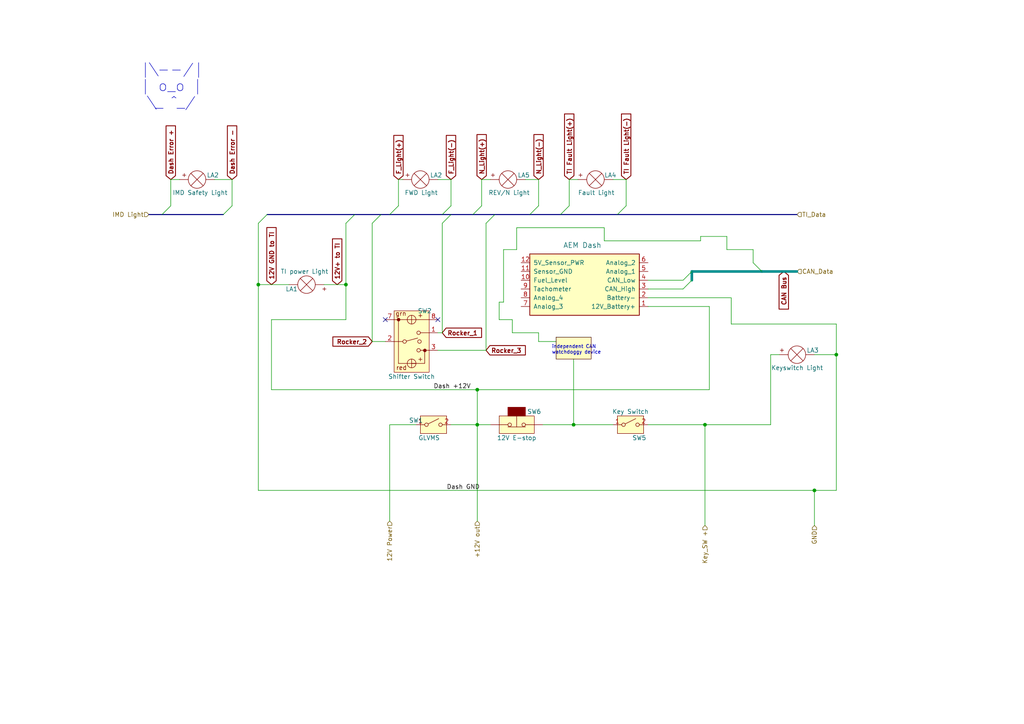
<source format=kicad_sch>
(kicad_sch (version 20230121) (generator eeschema)
  (paper "A4")
  (lib_symbols
    (symbol "CamachosSymbols:SW_SPDT_MSM" (pin_names (offset 0) hide)
      (property "Reference" "SW?" (at 1.27 12.7 0))
      (property "Value" "SW_SPDT_MSM" (at 6.35 10.16 0))
      (symbol "SW_SPDT_MSM_0_0"
        (rectangle (start -5.08 8.89) (end 5.08 -8.89) (fill (type background)))
        (circle (center -3.7802 6.3545) (radius 0.4246) (fill (type outline)))
        (circle (center -2.032 0) (radius 0.508))
        (polyline (pts (xy -3.81 6.35) (xy -3.81 -6.35)))
        (polyline (pts (xy -2.54 0) (xy -5.08 0)))
        (polyline (pts (xy -1.524 0.127) (xy 1.778 1.016)))
        (polyline (pts (xy -1.27 -6.35) (xy -3.81 -6.35)))
        (polyline (pts (xy -1.27 6.35) (xy -5.08 6.35)))
        (polyline (pts (xy 1.27 6.35) (xy 5.08 6.35)))
        (polyline (pts (xy 2.54 -2.54) (xy 5.08 -2.54)))
        (polyline (pts (xy 2.54 2.54) (xy 5.08 2.54)))
        (polyline (pts (xy 3.81 -2.54) (xy 3.81 -6.35) (xy 0 -6.35)))
        (circle (center 2.032 -2.54) (radius 0.508))
        (circle (center 3.8412 -2.5778) (radius 0.4246) (fill (type outline)))
        (text "+" (at 2.54 -5.08 0) (effects (font (size 1.27 1.27))))
        (text "+" (at 2.54 7.62 0) (effects (font (size 1.27 1.27))))
        (text "grn" (at -3.1095 8.1227 0) (effects (font (size 1.27 1.27))))
        (text "red" (at -2.9266 -7.5775 0) (effects (font (size 1.27 1.27))))
      )
      (symbol "SW_SPDT_MSM_0_1"
        (circle (center 0 -6.35) (radius 1.27))
        (polyline (pts (xy -1.27 -6.35) (xy 1.27 -6.35)))
        (polyline (pts (xy -1.27 6.35) (xy 1.27 6.35)))
        (polyline (pts (xy 0 -5.08) (xy 0 -7.62)))
        (polyline (pts (xy 0 7.62) (xy 0 5.08)))
        (circle (center 0 6.35) (radius 1.27))
        (circle (center 2.032 2.54) (radius 0.508))
        (circle (center 2.286 0) (radius 0.508))
      )
      (symbol "SW_SPDT_MSM_1_1"
        (pin passive line (at 7.62 2.54 180) (length 2.54) (name "1") (number "1"))
        (pin passive line (at -7.62 0 0) (length 2.54) (name "2") (number "2"))
        (pin passive line (at 7.62 -2.54 180) (length 2.54) (name "") (number "3"))
        (pin input line (at -7.62 6.35 0) (length 2.54) (name "ledGnd") (number "7"))
        (pin input line (at 7.62 6.35 180) (length 2.54) (name "") (number "8"))
      )
    )
    (symbol "CamachosSymbols:SW_SPST" (pin_names (offset 0) hide)
      (property "Reference" "SW" (at 0 3.175 0))
      (property "Value" "SW_SPST" (at 0 -2.54 0))
      (symbol "SW_SPST_0_0"
        (circle (center -2.032 0) (radius 0.508))
        (polyline (pts (xy -1.524 0.254) (xy 1.524 1.778)))
        (circle (center 2.032 0) (radius 0.508))
      )
      (symbol "SW_SPST_0_1"
        (rectangle (start -3.81 2.54) (end 3.81 -2.54) (fill (type background)))
      )
      (symbol "SW_SPST_1_1"
        (pin passive line (at -5.08 0 0) (length 2.54) (name "A") (number "1"))
        (pin passive line (at 5.08 0 180) (length 2.54) (name "B") (number "2"))
      )
    )
    (symbol "Device:Lamp" (pin_numbers hide) (pin_names (offset 0.0254) hide)
      (property "Reference" "LA?" (at 3.81 1.2701 0))
      (property "Value" "12V Keyswitch Light (Dash)" (at 3.81 -1.2699 0))
      (symbol "Lamp_0_0"
        (text "+" (at 1.27 5.08 0) (effects (font (size 1.27 1.27))))
      )
      (symbol "Lamp_0_1"
        (polyline (pts (xy -1.778 1.778) (xy 1.778 -1.778)))
        (polyline (pts (xy 1.778 1.778) (xy -1.778 -1.778)))
        (circle (center 0 0) (radius 2.54))
      )
      (symbol "Lamp_1_1"
        (pin passive line (at 0 -5.08 90) (length 2.54) (name "-") (number "1"))
        (pin passive line (at 0 5.08 270) (length 2.54) (name "+") (number "2"))
      )
    )
    (symbol "Lamp_1" (pin_numbers hide) (pin_names (offset 0.0254) hide)
      (property "Reference" "LA3" (at 6.35 1.27 0))
      (property "Value" "REV/N Light" (at 6.35 -3.81 0))
      (symbol "Lamp_1_0_0"
        (text "+" (at -4.445 1.27 900) (effects (font (size 1.27 1.27))))
      )
      (symbol "Lamp_1_0_1"
        (polyline (pts (xy 1.778 -1.778) (xy -1.778 1.778)))
        (polyline (pts (xy 1.778 1.778) (xy -1.778 -1.778)))
        (circle (center 0 0) (radius 2.54))
      )
      (symbol "Lamp_1_1_1"
        (pin passive line (at -5.08 0 0) (length 2.54) (name "-") (number "1"))
        (pin passive line (at 5.08 0 180) (length 2.54) (name "+") (number "2"))
      )
    )
    (symbol "Lamp_2" (pin_numbers hide) (pin_names (offset 0.0254) hide)
      (property "Reference" "LA2" (at -3.81 2.54 0))
      (property "Value" "FWD Light" (at -5.08 -2.54 0))
      (symbol "Lamp_2_0_0"
        (text "+" (at -13.97 2.54 900) (effects (font (size 1.27 1.27))))
      )
      (symbol "Lamp_2_0_1"
        (circle (center -10.16 1.27) (radius 2.54))
        (polyline (pts (xy -11.938 -0.508) (xy -8.382 3.048)))
        (polyline (pts (xy -11.938 3.048) (xy -8.382 -0.508)))
      )
      (symbol "Lamp_2_1_1"
        (pin passive line (at -5.08 1.27 180) (length 2.54) (name "-") (number "1"))
        (pin passive line (at -15.24 1.27 0) (length 2.54) (name "+") (number "2"))
      )
    )
    (symbol "Lamp_3" (pin_numbers hide) (pin_names (offset 0.0254) hide)
      (property "Reference" "LA5" (at 1.27 -2.54 90))
      (property "Value" "Fault Light" (at -3.81 5.08 90))
      (symbol "Lamp_3_0_0"
        (text "+" (at 1.27 4.445 0) (effects (font (size 1.27 1.27))))
      )
      (symbol "Lamp_3_0_1"
        (polyline (pts (xy -1.778 1.778) (xy 1.778 -1.778)))
        (polyline (pts (xy 1.778 1.778) (xy -1.778 -1.778)))
        (circle (center 0 0) (radius 2.54))
      )
      (symbol "Lamp_3_1_1"
        (pin passive line (at 0 -5.08 90) (length 2.54) (name "-") (number "1"))
        (pin passive line (at 0 5.08 270) (length 2.54) (name "+") (number "2"))
      )
    )
    (symbol "Lamp_4" (pin_numbers hide) (pin_names (offset 0.0254) hide)
      (property "Reference" "LA4" (at 6.35 1.27 0))
      (property "Value" "Keyswitch Light" (at 7.62 -3.81 0))
      (symbol "Lamp_4_0_0"
        (text "+" (at -4.445 1.27 900) (effects (font (size 1.27 1.27))))
      )
      (symbol "Lamp_4_0_1"
        (polyline (pts (xy -1.778 -1.778) (xy 1.778 1.778)))
        (polyline (pts (xy -1.778 1.778) (xy 1.778 -1.778)))
        (circle (center 0 0) (radius 2.54))
      )
      (symbol "Lamp_4_1_1"
        (pin passive line (at 5.08 0 180) (length 2.54) (name "-") (number "1"))
        (pin passive line (at -5.08 0 0) (length 2.54) (name "+") (number "2"))
      )
    )
    (symbol "NR24_Car:AVR-TPI-6" (pin_names (offset 1.016))
      (property "Value" "AEM Dash" (at 0.635 11.43 0))
      (symbol "AVR-TPI-6_0_1"
        (rectangle (start -15.24 8.89) (end 16.51 -8.89) (stroke (width 0.254)) (fill (type background)))
      )
      (symbol "AVR-TPI-6_1_1"
        (pin input line (at 19.05 6.35 180) (length 2.54) (name "12V_Battery+") (number "1"))
        (pin input line (at -17.78 -1.27 0) (length 2.54) (name "Fuel_Level") (number "10"))
        (pin input line (at -17.78 -3.81 0) (length 2.54) (name "Sensor_GND") (number "11"))
        (pin input line (at -17.78 -6.35 0) (length 2.54) (name "5V_Sensor_PWR") (number "12"))
        (pin input line (at 19.05 3.81 180) (length 2.54) (name "Battery-") (number "2"))
        (pin input line (at 19.05 1.27 180) (length 2.54) (name "CAN_High") (number "3"))
        (pin input line (at 19.05 -1.27 180) (length 2.54) (name "CAN_Low") (number "4"))
        (pin input line (at 19.05 -3.81 180) (length 2.54) (name "Analog_1") (number "5"))
        (pin input line (at 19.05 -6.35 180) (length 2.54) (name "Analog_2") (number "6"))
        (pin input line (at -17.78 6.35 0) (length 2.54) (name "Analog_3") (number "7"))
        (pin input line (at -17.78 3.81 0) (length 2.54) (name "Analog_4") (number "8"))
        (pin input line (at -17.78 1.27 0) (length 2.54) (name "Tachometer") (number "9"))
      )
    )
    (symbol "Switch:SW_Push_Open" (pin_numbers hide) (pin_names (offset 1.016) hide)
      (property "Reference" "SW?" (at 0 7.62 0))
      (property "Value" "12V E-stop (dash)" (at 0 6.35 0))
      (symbol "SW_Push_Open_0_1"
        (rectangle (start -5.08 2.54) (end 5.08 -2.54) (fill (type background)))
        (circle (center -2.032 0) (radius 0.508))
        (polyline (pts (xy -5.08 0) (xy -2.54 0)))
        (polyline (pts (xy -2.54 -0.635) (xy 2.54 -0.635)))
        (polyline (pts (xy 0 -0.635) (xy 0 1.27)))
        (polyline (pts (xy 0 1.27) (xy 0 2.54)))
        (polyline (pts (xy 2.54 0) (xy 5.08 0)))
        (polyline (pts (xy -2.54 2.54) (xy -2.54 5.08) (xy 2.54 5.08) (xy 2.54 2.54) (xy -2.54 2.54)) (fill (type outline)))
        (circle (center 2.032 0) (radius 0.508))
        (pin passive line (at -7.62 0 0) (length 2.54) (name "A") (number "1"))
      )
      (symbol "SW_Push_Open_1_1"
        (pin passive line (at 7.62 0 180) (length 2.54) (name "B") (number "2"))
      )
    )
  )
  (junction (at 166.37 123.19))
  (junction (at 236.22 142.24))
  (junction (at 204.47 123.19))
  (junction (at 100.33 82.55))
  (junction (at 74.93 82.55))
  (junction (at 242.57 102.87))
  (junction (at 138.43 113.03))
  (junction (at 138.43 123.19))
  (no_connect (at 127 92.71))
  (no_connect (at 111.76 92.71))
  (bus_entry (at 107.95 64.77) (size 2.54 -2.54))
  (bus_entry (at 67.31 59.69) (size -2.54 2.54))
  (bus_entry (at 218.44 76.2) (size 2.54 2.54))
  (bus_entry (at 49.53 59.69) (size -2.54 2.54))
  (bus_entry (at 198.12 81.28) (size 2.54 -2.54))
  (bus_entry (at 165.1 59.69) (size -2.54 2.54))
  (bus_entry (at 128.27 64.77) (size 2.54 -2.54))
  (bus_entry (at 198.12 83.82) (size 2.54 -2.54))
  (bus_entry (at 181.61 59.69) (size -2.54 2.54))
  (bus_entry (at 153.67 62.23) (size 2.54 -2.54))
  (bus_entry (at 74.93 64.77) (size 2.54 -2.54))
  (bus_entry (at 100.33 64.77) (size 2.54 -2.54))
  (bus_entry (at 115.57 59.69) (size -2.54 2.54))
  (bus_entry (at 139.7 59.69) (size -2.54 2.54))
  (bus_entry (at 140.97 64.77) (size 2.54 -2.54))
  (bus_entry (at 128.27 62.23) (size 2.54 -2.54))
  (wire (pts (xy 187.96 81.28) (xy 198.12 81.28)))
  (bus (pts (xy 46.99 62.23) (xy 64.77 62.23)))
  (wire (pts (xy 156.21 96.52) (xy 148.59 96.52)))
  (wire (pts (xy 127 101.6) (xy 140.97 101.6)))
  (bus (pts (xy 220.98 78.74) (xy 231.14 78.74)) (stroke (width 0.75) (color 0 132 132 1)))
  (wire (pts (xy 144.78 92.71) (xy 144.78 87.63)))
  (wire (pts (xy 78.74 92.71) (xy 78.74 113.03)))
  (wire (pts (xy 67.31 52.07) (xy 67.31 59.69)))
  (bus (pts (xy 113.03 62.23) (xy 128.27 62.23)))
  (wire (pts (xy 139.7 52.07) (xy 142.24 52.07)))
  (wire (pts (xy 148.59 96.52) (xy 148.59 92.71)))
  (wire (pts (xy 138.43 123.19) (xy 138.43 151.13)))
  (wire (pts (xy 146.05 72.39) (xy 149.86 72.39)))
  (wire (pts (xy 203.2 69.85) (xy 203.2 68.58)))
  (bus (pts (xy 77.47 62.23) (xy 102.87 62.23)))
  (wire (pts (xy 128.27 96.52) (xy 127 96.52)))
  (wire (pts (xy 175.26 69.85) (xy 203.2 69.85)))
  (wire (pts (xy 187.96 88.9) (xy 205.74 88.9)))
  (wire (pts (xy 204.47 123.19) (xy 204.47 152.4)))
  (wire (pts (xy 78.74 113.03) (xy 138.43 113.03)))
  (bus (pts (xy 179.07 62.23) (xy 162.56 62.23)))
  (wire (pts (xy 100.33 92.71) (xy 100.33 82.55)))
  (wire (pts (xy 93.98 82.55) (xy 100.33 82.55)))
  (wire (pts (xy 128.27 64.77) (xy 128.27 96.52)))
  (wire (pts (xy 120.65 123.19) (xy 113.03 123.19)))
  (wire (pts (xy 175.26 66.04) (xy 175.26 69.85)))
  (wire (pts (xy 74.93 64.77) (xy 74.93 82.55)))
  (wire (pts (xy 74.93 82.55) (xy 83.82 82.55)))
  (wire (pts (xy 78.74 92.71) (xy 100.33 92.71)))
  (wire (pts (xy 140.97 101.6) (xy 140.97 64.77)))
  (wire (pts (xy 130.81 123.19) (xy 138.43 123.19)))
  (wire (pts (xy 210.82 68.58) (xy 210.82 72.39)))
  (wire (pts (xy 156.21 59.69) (xy 156.21 52.07)))
  (bus (pts (xy 143.51 62.23) (xy 153.67 62.23)))
  (bus (pts (xy 110.49 62.23) (xy 113.03 62.23)))
  (wire (pts (xy 218.44 72.39) (xy 218.44 76.2)))
  (wire (pts (xy 149.86 72.39) (xy 149.86 66.04)))
  (wire (pts (xy 212.09 93.98) (xy 242.57 93.98)))
  (bus (pts (xy 200.66 78.74) (xy 200.66 81.28)) (stroke (width 0.75) (color 0 132 132 1)))
  (wire (pts (xy 187.96 123.19) (xy 204.47 123.19)))
  (wire (pts (xy 130.81 52.07) (xy 127 52.07)))
  (wire (pts (xy 242.57 93.98) (xy 242.57 102.87)))
  (wire (pts (xy 107.95 99.06) (xy 111.76 99.06)))
  (wire (pts (xy 113.03 123.19) (xy 113.03 151.13)))
  (wire (pts (xy 149.86 66.04) (xy 175.26 66.04)))
  (bus (pts (xy 179.07 62.23) (xy 231.14 62.23)))
  (wire (pts (xy 226.06 102.87) (xy 223.52 102.87)))
  (wire (pts (xy 138.43 113.03) (xy 138.43 123.19)))
  (wire (pts (xy 157.48 123.19) (xy 166.37 123.19)))
  (bus (pts (xy 130.81 62.23) (xy 137.16 62.23)))
  (wire (pts (xy 49.53 59.69) (xy 49.53 52.07)))
  (wire (pts (xy 130.81 59.69) (xy 130.81 52.07)))
  (wire (pts (xy 242.57 102.87) (xy 236.22 102.87)))
  (bus (pts (xy 162.56 62.23) (xy 153.67 62.23)))
  (wire (pts (xy 52.07 52.07) (xy 49.53 52.07)))
  (wire (pts (xy 148.59 92.71) (xy 144.78 92.71)))
  (wire (pts (xy 138.43 113.03) (xy 205.74 113.03)))
  (bus (pts (xy 200.66 78.74) (xy 220.98 78.74)) (stroke (width 0.75) (color 0 132 132 1)))
  (wire (pts (xy 212.09 86.36) (xy 212.09 93.98)))
  (wire (pts (xy 204.47 123.19) (xy 223.52 123.19)))
  (wire (pts (xy 161.29 99.06) (xy 156.21 99.06)))
  (bus (pts (xy 102.87 62.23) (xy 110.49 62.23)))
  (wire (pts (xy 236.22 142.24) (xy 236.22 152.4)))
  (wire (pts (xy 166.37 104.14) (xy 166.37 123.19)))
  (wire (pts (xy 165.1 52.07) (xy 167.64 52.07)))
  (wire (pts (xy 74.93 142.24) (xy 236.22 142.24)))
  (wire (pts (xy 107.95 64.77) (xy 107.95 99.06)))
  (wire (pts (xy 146.05 72.39) (xy 146.05 87.63)))
  (bus (pts (xy 137.16 62.23) (xy 143.51 62.23)))
  (wire (pts (xy 236.22 142.24) (xy 242.57 142.24)))
  (wire (pts (xy 62.23 52.07) (xy 67.31 52.07)))
  (wire (pts (xy 187.96 86.36) (xy 212.09 86.36)))
  (wire (pts (xy 223.52 102.87) (xy 223.52 123.19)))
  (wire (pts (xy 74.93 82.55) (xy 74.93 142.24)))
  (bus (pts (xy 128.27 62.23) (xy 130.81 62.23)))
  (wire (pts (xy 203.2 68.58) (xy 210.82 68.58)))
  (wire (pts (xy 181.61 52.07) (xy 181.61 59.69)))
  (wire (pts (xy 115.57 59.69) (xy 115.57 52.07)))
  (wire (pts (xy 116.84 52.07) (xy 115.57 52.07)))
  (wire (pts (xy 210.82 72.39) (xy 218.44 72.39)))
  (wire (pts (xy 156.21 99.06) (xy 156.21 96.52)))
  (wire (pts (xy 242.57 142.24) (xy 242.57 102.87)))
  (wire (pts (xy 177.8 52.07) (xy 181.61 52.07)))
  (wire (pts (xy 144.78 87.63) (xy 146.05 87.63)))
  (wire (pts (xy 205.74 88.9) (xy 205.74 113.03)))
  (wire (pts (xy 187.96 83.82) (xy 198.12 83.82)))
  (wire (pts (xy 166.37 123.19) (xy 177.8 123.19)))
  (wire (pts (xy 152.4 52.07) (xy 156.21 52.07)))
  (wire (pts (xy 100.33 64.77) (xy 100.33 82.55)))
  (wire (pts (xy 139.7 59.69) (xy 139.7 52.07)))
  (wire (pts (xy 138.43 123.19) (xy 142.24 123.19)))
  (wire (pts (xy 165.1 52.07) (xy 165.1 59.69)))
  (bus (pts (xy 43.18 62.23) (xy 46.99 62.23)))
  (rectangle (start 161.29 97.79) (end 171.45 104.14) (stroke (width 0) (color 72 0 0 1)) (fill (type color) (color 255 255 194 1)))
  (text "independent CAN \nwatchdoggy device\n" (at 160.02 102.87 0) (effects (font (size 1 1)) (justify left bottom)))
  (text "|\\--/|\n| o_o |\n \\_ ^_/" (at 40.64 31.75 0) (effects (font (size 3 3)) (justify left bottom)))
  (label "Dash +12V" (at 125.73 113.03 0))
  (label "Dash GND" (at 129.54 142.24 0))
  (global_label "TI Fault Light(-)" (shape input) (at 181.61 52.07 90) (effects (font (thickness 0.254) bold)) (property "Intersheetrefs" "${INTERSHEET_REFS}" (effects hide)))
  (global_label "N_Light(-)" (shape input) (at 156.21 52.07 90) (effects (font (thickness 0.254) bold)) (property "Intersheetrefs" "${INTERSHEET_REFS}" (effects hide)))
  (global_label "N_Light(+)" (shape input) (at 139.7 52.07 90) (effects (font (thickness 0.254) bold)) (property "Intersheetrefs" "${INTERSHEET_REFS}" (effects hide)))
  (global_label "Dash Error +" (shape input) (at 49.53 52.07 90) (effects (font (thickness 0.254) bold)) (property "Intersheetrefs" "${INTERSHEET_REFS}" (effects hide)))
  (global_label "12V+ to TI" (shape input) (at 97.79 82.55 90) (effects (font bold)) (property "Intersheetrefs" "${INTERSHEET_REFS}" (effects hide)))
  (global_label "F_Light(+)" (shape input) (at 115.57 52.07 90) (effects (font (thickness 0.254) bold)) (property "Intersheetrefs" "${INTERSHEET_REFS}" (effects hide)))
  (global_label "Rocker_3" (shape input) (at 140.97 101.6 0) (effects (font (thickness 0.254) bold)) (property "Intersheetrefs" "${INTERSHEET_REFS}" (effects hide)))
  (global_label "CAN Bus" (shape input) (at 227.33 78.74 270) (effects (font (thickness 0.254) bold)) (property "Intersheetrefs" "${INTERSHEET_REFS}" (effects hide)))
  (global_label "Rocker_2" (shape input) (at 107.95 99.06 180) (effects (font (thickness 0.254) bold)) (property "Intersheetrefs" "${INTERSHEET_REFS}" (effects hide)))
  (global_label "Dash Error -" (shape input) (at 67.31 52.07 90) (effects (font (thickness 0.254) bold)) (property "Intersheetrefs" "${INTERSHEET_REFS}" (effects hide)))
  (global_label "TI Fault Light(+)" (shape input) (at 165.1 52.07 90) (effects (font (thickness 0.254) bold)) (property "Intersheetrefs" "${INTERSHEET_REFS}" (effects hide)))
  (global_label "12V GND to TI" (shape input) (at 78.74 82.55 90) (effects (font (thickness 0.254) bold)) (property "Intersheetrefs" "${INTERSHEET_REFS}" (effects hide)))
  (global_label "F_Light(-)" (shape input) (at 130.81 52.07 90) (effects (font (thickness 0.254) bold)) (property "Intersheetrefs" "${INTERSHEET_REFS}" (effects hide)))
  (global_label "Rocker_1" (shape input) (at 128.27 96.52 0) (effects (font (thickness 0.254) bold)) (property "Intersheetrefs" "${INTERSHEET_REFS}" (effects hide)))
  (hierarchical_label "IMD Light" (shape input) (at 43.18 62.23 180))
  (hierarchical_label "TI_Data" (shape input) (at 231.14 62.23 0))
  (hierarchical_label "+12V out" (shape input) (at 138.43 151.13 270))
  (hierarchical_label "Key_SW +" (shape input) (at 204.47 152.4 270))
  (hierarchical_label "CAN_Data" (shape input) (at 231.14 78.74 0))
  (hierarchical_label "GND" (shape input) (at 236.22 152.4 270))
  (hierarchical_label "12V Power" (shape input) (at 113.03 151.13 270))
  (symbol (lib_name "Lamp_4") (lib_id "Device:Lamp") (at 231.14 102.87 0) (unit 1)
    (property "Reference" "LA3" (at 237.49 101.6 0) (effects (justify right)))
    (property "Value" "Keyswitch Light" (at 238.76 106.68 0) (effects (justify right)))
    (instances (project "Car_TractiveSystem_v2" (path "" (reference "LA3") (unit 1)) (path "" (reference "LA4") (unit 1))))
  )
  (symbol (lib_id "CamachosSymbols:SW_SPST") (at 182.88 123.19 0) (unit 1)
    (property "Reference" "SW5" (at 185.42 127 0))
    (property "Value" "Key Switch" (at 182.88 119.38 0))
  )
  (symbol (lib_name "Lamp_2") (lib_id "Device:Lamp") (at 132.08 53.34 0) (unit 1)
    (property "Reference" "LA2" (at 128.27 50.8 0) (effects (justify right)))
    (property "Value" "FWD Light" (at 127 55.88 0) (effects (justify right)))
  )
  (symbol (lib_id "CamachosSymbols:SW_SPDT_MSM") (at 119.38 99.06 0) (unit 1)
    (property "Reference" "SW2" (at 123.19 90.17 0))
    (property "Value" "Shifter Switch" (at 119.38 109.22 0))
  )
  (symbol (lib_name "Lamp_1") (lib_id "Device:Lamp") (at 147.32 52.07 0) (unit 1)
    (property "Reference" "LA5" (at 153.67 50.8 0) (effects (justify right)))
    (property "Value" "REV/N Light" (at 153.67 55.88 0) (effects (justify right)))
    (instances (project "Car_TractiveSystem_v2" (path "" (reference "LA5") (unit 1)) (path "" (reference "LA3") (unit 1))))
  )
  (symbol (lib_id "Device:Lamp") (at 88.9 82.55 270) (unit 1)
    (property "Reference" "LA1" (at 86.36 83.82 90) (effects (justify right)))
    (property "Value" "TI power Light" (at 95.25 78.74 90) (effects (justify right)))
  )
  (symbol (lib_id "Switch:SW_Push_Open") (at 149.86 123.19 0) (mirror y) (unit 1)
    (property "Reference" "SW6" (at 154.94 119.38 0))
    (property "Value" "12V E-stop" (at 149.86 127 0))
  )
  (symbol (lib_name "Lamp_2") (lib_id "Device:Lamp") (at 67.31 53.34 0) (unit 1)
    (property "Reference" "LA2" (at 63.5 50.8 0) (effects (justify right)))
    (property "Value" "IMD Safety Light" (at 66.04 55.88 0) (effects (justify right)))
    (instances (project "Car_TractiveSystem_v2" (path "" (reference "LA2") (unit 1)) (path "" (reference "LA7") (unit 1))))
  )
  (symbol (lib_id "CamachosSymbols:SW_SPST") (at 125.73 123.19 0) (unit 1)
    (property "Reference" "SW1" (at 120.65 121.92 0))
    (property "Value" "GLVMS" (at 124.46 127 0))
  )
  (symbol (lib_id "NR24_Car:AVR-TPI-6") (at 168.91 82.55 0) (mirror x) (unit 1)
    (property "Reference" "J9" (effects hide))
    (property "Value" "AEM Dash" (at 168.91 71.12 0) (effects (font (size 1.5 1.5))))
    (property "Datasheet" " ~" (effects hide))
  )
  (symbol (lib_name "Lamp_3") (lib_id "Device:Lamp") (at 172.72 52.07 90) (unit 1)
    (property "Reference" "LA4" (at 175.26 50.8 90) (effects (justify right)))
    (property "Value" "Fault Light" (at 167.64 55.88 90) (effects (justify right)))
    (instances (project "Car_TractiveSystem_v2" (path "" (reference "LA4") (unit 1)) (path "" (reference "LA5") (unit 1))))
  )
)
</source>
